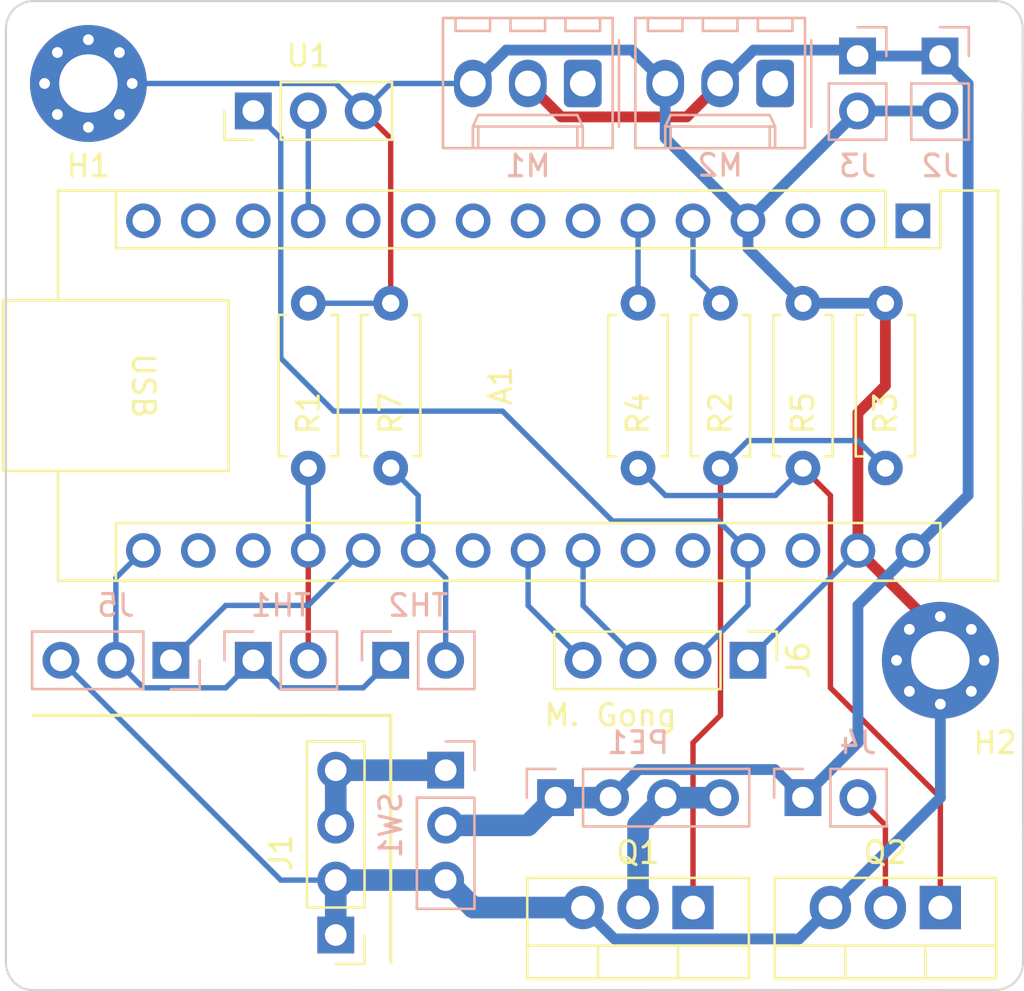
<source format=kicad_pcb>
(kicad_pcb (version 20211014) (generator pcbnew)
  (title_block (date "2024-02-24"))
  (layers (0 "F.Cu" signal) (31 "B.Cu" signal) (34 "B.Paste" user) (35 "F.Paste" user) (36 "B.SilkS" user "B.Silkscreen") (37 "F.SilkS" user "F.Silkscreen") (38 "B.Mask" user) (39 "F.Mask" user) (44 "Edge.Cuts" user))
  (net 0 "")
  (net 4 "GND")
  (net 5 "Net-(A1-Pad5)")
  (net 6 "Net-(A1-Pad6)")
  (net 12 "Net-(A1-Pad12)")
  (net 14 "Net-(A1-Pad16)")
  (net 16 "Net-(A1-Pad19)")
  (net 17 "Net-(A1-Pad20)")
  (net 18 "Net-(A1-Pad21)")
  (net 20 "Net-(A1-Pad23)")
  (net 21 "Net-(A1-Pad24)")
  (net 25 "+12V")
  (net 26 "Net-(J1-Pad3)")
  (net 27 "Net-(J4-Pad2)")
  (net 30 "Net-(Q1-Pad1)")
  (net 31 "Net-(Q2-Pad1)")
  (net 35 "+5V")
  (net 36 "Net-(PE1-Pad3)")
  (footprint "Resistor_THT:R_Axial_DIN0207_L6.3mm_D2.5mm_P7.62mm_Horizontal" (layer "F.Cu") (at 139.7 87.63 -90)
    (fp_text reference "R2" (at 5.08 0 -90) (layer "F.SilkS"))
    (fp_text value "100")
    (fp_line (start 0.54 -1.37) (end 7.08 -1.37) (layer "F.SilkS") (width 0.12))
    (fp_line (start 0.54 1.04) (end 0.54 1.37) (layer "F.SilkS") (width 0.12))
    (fp_line (start 7.08 -1.37) (end 7.08 -1.04) (layer "F.SilkS") (width 0.12))
    (fp_line (start 0.54 1.37) (end 7.08 1.37) (layer "F.SilkS") (width 0.12))
    (fp_line (start 0.54 -1.04) (end 0.54 -1.37) (layer "F.SilkS") (width 0.12))
    (fp_line (start 7.08 1.37) (end 7.08 1.04) (layer "F.SilkS") (width 0.12))
    (pad "1" thru_hole circle (at 0 0 270) (size 1.6 1.6) (drill 0.8) (layers *.Cu *.Mask) (net 5 "Net-(A1-Pad5)"))
    (pad "2" thru_hole oval (at 7.62 0 270) (size 1.6 1.6) (drill 0.8) (layers *.Cu *.Mask) (net 30 "Net-(Q1-Pad1)"))
  )
  (footprint "Resistor_THT:R_Axial_DIN0207_L6.3mm_D2.5mm_P7.62mm_Horizontal" (layer "F.Cu") (at 120.65 95.25 90)
    (fp_text reference "R1" (at 2.54 0 90) (layer "F.SilkS"))
    (fp_text value "10K")
    (fp_line (start 0.54 1.37) (end 7.08 1.37) (layer "F.SilkS") (width 0.12))
    (fp_line (start 0.54 -1.37) (end 7.08 -1.37) (layer "F.SilkS") (width 0.12))
    (fp_line (start 0.54 1.04) (end 0.54 1.37) (layer "F.SilkS") (width 0.12))
    (fp_line (start 7.08 1.37) (end 7.08 1.04) (layer "F.SilkS") (width 0.12))
    (fp_line (start 0.54 -1.04) (end 0.54 -1.37) (layer "F.SilkS") (width 0.12))
    (fp_line (start 7.08 -1.37) (end 7.08 -1.04) (layer "F.SilkS") (width 0.12))
    (pad "1" thru_hole circle (at 0 0 90) (size 1.6 1.6) (drill 0.8) (layers *.Cu *.Mask) (net 16 "Net-(A1-Pad19)"))
    (pad "2" thru_hole oval (at 7.62 0 90) (size 1.6 1.6) (drill 0.8) (layers *.Cu *.Mask) (net 4 "GND"))
  )
  (footprint "Resistor_THT:R_Axial_DIN0207_L6.3mm_D2.5mm_P7.62mm_Horizontal" (layer "F.Cu") (at 143.51 95.25 90)
    (fp_text reference "R5" (at 2.54 0 90) (layer "F.SilkS"))
    (fp_text value "10K")
    (fp_line (start 0.54 1.04) (end 0.54 1.37) (layer "F.SilkS") (width 0.12))
    (fp_line (start 0.54 -1.04) (end 0.54 -1.37) (layer "F.SilkS") (width 0.12))
    (fp_line (start 0.54 1.37) (end 7.08 1.37) (layer "F.SilkS") (width 0.12))
    (fp_line (start 7.08 -1.37) (end 7.08 -1.04) (layer "F.SilkS") (width 0.12))
    (fp_line (start 0.54 -1.37) (end 7.08 -1.37) (layer "F.SilkS") (width 0.12))
    (fp_line (start 7.08 1.37) (end 7.08 1.04) (layer "F.SilkS") (width 0.12))
    (pad "1" thru_hole circle (at 0 0 90) (size 1.6 1.6) (drill 0.8) (layers *.Cu *.Mask) (net 31 "Net-(Q2-Pad1)"))
    (pad "2" thru_hole oval (at 7.62 0 90) (size 1.6 1.6) (drill 0.8) (layers *.Cu *.Mask) (net 4 "GND"))
  )
  (footprint "Resistor_THT:R_Axial_DIN0207_L6.3mm_D2.5mm_P7.62mm_Horizontal" (layer "F.Cu") (at 135.89 95.25 90)
    (fp_text reference "R4" (at 2.54 0 90) (layer "F.SilkS"))
    (fp_text value "100")
    (fp_line (start 0.54 -1.04) (end 0.54 -1.37) (layer "F.SilkS") (width 0.12))
    (fp_line (start 0.54 -1.37) (end 7.08 -1.37) (layer "F.SilkS") (width 0.12))
    (fp_line (start 7.08 -1.37) (end 7.08 -1.04) (layer "F.SilkS") (width 0.12))
    (fp_line (start 0.54 1.37) (end 7.08 1.37) (layer "F.SilkS") (width 0.12))
    (fp_line (start 7.08 1.37) (end 7.08 1.04) (layer "F.SilkS") (width 0.12))
    (fp_line (start 0.54 1.04) (end 0.54 1.37) (layer "F.SilkS") (width 0.12))
    (pad "1" thru_hole circle (at 0 0 90) (size 1.6 1.6) (drill 0.8) (layers *.Cu *.Mask) (net 31 "Net-(Q2-Pad1)"))
    (pad "2" thru_hole oval (at 7.62 0 90) (size 1.6 1.6) (drill 0.8) (layers *.Cu *.Mask) (net 6 "Net-(A1-Pad6)"))
  )
  (footprint "Connector_PinHeader_2.54mm:PinHeader_1x04_P2.54mm_Vertical" (layer "F.Cu") (at 121.92 116.84 180)
    (fp_text reference "J1" (at 2.54 3.81 90) (layer "F.SilkS"))
    (fp_text value "Power")
    (fp_line (start -1.33 -1.33) (end 0 -1.33) (layer "F.SilkS") (width 0.12))
    (fp_line (start -1.33 8.95) (end 1.33 8.95) (layer "F.SilkS") (width 0.12))
    (fp_line (start -1.33 1.27) (end 1.33 1.27) (layer "F.SilkS") (width 0.12))
    (fp_line (start -1.33 1.27) (end -1.33 8.95) (layer "F.SilkS") (width 0.12))
    (fp_line (start -1.33 0) (end -1.33 -1.33) (layer "F.SilkS") (width 0.12))
    (fp_line (start 1.33 1.27) (end 1.33 8.95) (layer "F.SilkS") (width 0.12))
    (pad "1" thru_hole rect (at 0 0 180) (size 1.7 1.7) (drill 1) (layers *.Cu *.Mask) (net 4 "GND"))
    (pad "2" thru_hole oval (at 0 2.54 180) (size 1.7 1.7) (drill 1) (layers *.Cu *.Mask) (net 4 "GND"))
    (pad "3" thru_hole oval (at 0 5.08 180) (size 1.7 1.7) (drill 1) (layers *.Cu *.Mask) (net 26 "Net-(J1-Pad3)"))
    (pad "4" thru_hole oval (at 0 7.62 180) (size 1.7 1.7) (drill 1) (layers *.Cu *.Mask) (net 26 "Net-(J1-Pad3)"))
  )
  (footprint "Resistor_THT:R_Axial_DIN0207_L6.3mm_D2.5mm_P7.62mm_Horizontal" (layer "F.Cu") (at 147.32 95.25 90)
    (fp_text reference "R3" (at 2.54 0 90) (layer "F.SilkS"))
    (fp_text value "10K")
    (fp_line (start 7.08 -1.37) (end 7.08 -1.04) (layer "F.SilkS") (width 0.12))
    (fp_line (start 0.54 -1.04) (end 0.54 -1.37) (layer "F.SilkS") (width 0.12))
    (fp_line (start 0.54 -1.37) (end 7.08 -1.37) (layer "F.SilkS") (width 0.12))
    (fp_line (start 0.54 1.04) (end 0.54 1.37) (layer "F.SilkS") (width 0.12))
    (fp_line (start 0.54 1.37) (end 7.08 1.37) (layer "F.SilkS") (width 0.12))
    (fp_line (start 7.08 1.37) (end 7.08 1.04) (layer "F.SilkS") (width 0.12))
    (pad "1" thru_hole circle (at 0 0 90) (size 1.6 1.6) (drill 0.8) (layers *.Cu *.Mask) (net 30 "Net-(Q1-Pad1)"))
    (pad "2" thru_hole oval (at 7.62 0 90) (size 1.6 1.6) (drill 0.8) (layers *.Cu *.Mask) (net 4 "GND"))
  )
  (footprint "Connector_PinHeader_2.54mm:PinHeader_1x03_P2.54mm_Vertical" (layer "F.Cu") (at 118.11 78.74 90)
    (fp_text reference "U1" (at 2.54 2.54 180) (layer "F.SilkS"))
    (fp_text value "DHT11")
    (fp_line (start -1.33 0) (end -1.33 -1.33) (layer "F.SilkS") (width 0.12))
    (fp_line (start -1.33 1.27) (end 1.33 1.27) (layer "F.SilkS") (width 0.12))
    (fp_line (start -1.33 6.41) (end 1.33 6.41) (layer "F.SilkS") (width 0.12))
    (fp_line (start -1.33 -1.33) (end 0 -1.33) (layer "F.SilkS") (width 0.12))
    (fp_line (start 1.33 1.27) (end 1.33 6.41) (layer "F.SilkS") (width 0.12))
    (fp_line (start -1.33 1.27) (end -1.33 6.41) (layer "F.SilkS") (width 0.12))
    (pad "1" thru_hole rect (at 0 0 90) (size 1.7 1.7) (drill 1) (layers *.Cu *.Mask) (net 35 "+5V"))
    (pad "2" thru_hole oval (at 0 2.54 90) (size 1.7 1.7) (drill 1) (layers *.Cu *.Mask) (net 12 "Net-(A1-Pad12)"))
    (pad "3" thru_hole oval (at 0 5.08 90) (size 1.7 1.7) (drill 1) (layers *.Cu *.Mask) (net 4 "GND"))
  )
  (footprint "Resistor_THT:R_Axial_DIN0207_L6.3mm_D2.5mm_P7.62mm_Horizontal" (layer "F.Cu") (at 124.46 95.25 90)
    (fp_text reference "R7" (at 2.54 0 90) (layer "F.SilkS"))
    (fp_text value "10K")
    (fp_line (start 7.08 1.37) (end 7.08 1.04) (layer "F.SilkS") (width 0.12))
    (fp_line (start 7.08 -1.37) (end 7.08 -1.04) (layer "F.SilkS") (width 0.12))
    (fp_line (start 0.54 -1.04) (end 0.54 -1.37) (layer "F.SilkS") (width 0.12))
    (fp_line (start 0.54 1.37) (end 7.08 1.37) (layer "F.SilkS") (width 0.12))
    (fp_line (start 0.54 1.04) (end 0.54 1.37) (layer "F.SilkS") (width 0.12))
    (fp_line (start 0.54 -1.37) (end 7.08 -1.37) (layer "F.SilkS") (width 0.12))
    (pad "1" thru_hole circle (at 0 0 90) (size 1.6 1.6) (drill 0.8) (layers *.Cu *.Mask) (net 18 "Net-(A1-Pad21)"))
    (pad "2" thru_hole oval (at 7.62 0 90) (size 1.6 1.6) (drill 0.8) (layers *.Cu *.Mask) (net 4 "GND"))
  )
  (footprint "Package_TO_SOT_THT:TO-220-3_Vertical" (layer "F.Cu") (at 149.86 115.57 180)
    (fp_text reference "Q2" (at 2.54 2.54) (layer "F.SilkS"))
    (fp_text value "RFP30N06LE")
    (fp_line (start -2.58 -3.27) (end -2.58 1.371) (layer "F.SilkS") (width 0.12))
    (fp_line (start 4.391 -3.27) (end 4.391 -1.76) (layer "F.SilkS") (width 0.12))
    (fp_line (start -2.58 -3.27) (end 7.66 -3.27) (layer "F.SilkS") (width 0.12))
    (fp_line (start 0.69 -3.27) (end 0.69 -1.76) (layer "F.SilkS") (width 0.12))
    (fp_line (start 7.66 -3.27) (end 7.66 1.371) (layer "F.SilkS") (width 0.12))
    (fp_line (start -2.58 -1.76) (end 7.66 -1.76) (layer "F.SilkS") (width 0.12))
    (fp_line (start -2.58 1.371) (end 7.66 1.371) (layer "F.SilkS") (width 0.12))
    (pad "1" thru_hole rect (at 0 0 180) (size 1.905 2) (drill 1.1) (layers *.Cu *.Mask) (net 31 "Net-(Q2-Pad1)"))
    (pad "2" thru_hole oval (at 2.54 0 180) (size 1.905 2) (drill 1.1) (layers *.Cu *.Mask) (net 27 "Net-(J4-Pad2)"))
    (pad "3" thru_hole oval (at 5.08 0 180) (size 1.905 2) (drill 1.1) (layers *.Cu *.Mask) (net 4 "GND"))
  )
  (footprint "Module:Arduino_Nano" (layer "F.Cu") (at 148.59 83.82 -90)
    (fp_text reference "A1" (at 7.62 19.05 -90) (layer "F.SilkS"))
    (fp_text value "Arduino_Nano_v3.x")
    (fp_text user "USB" (at 7.62 35.56 -90 unlocked) (layer "F.SilkS"))
    (fp_line (start -1.4 1.27) (end -1.4 39.5) (layer "F.SilkS") (width 0.12))
    (fp_line (start 1.27 1.27) (end 1.27 -1.27) (layer "F.SilkS") (width 0.12))
    (fp_line (start 1.27 1.27) (end -1.4 1.27) (layer "F.SilkS") (width 0.12))
    (fp_line (start 16.64 -3.94) (end -1.4 -3.94) (layer "F.SilkS") (width 0.12))
    (fp_line (start 13.97 36.83) (end 16.64 36.83) (layer "F.SilkS") (width 0.12))
    (fp_line (start 16.64 39.5) (end 16.64 -3.94) (layer "F.SilkS") (width 0.12))
    (fp_line (start 3.68 31.62) (end 11.56 31.62) (layer "F.SilkS") (width 0.12))
    (fp_line (start 11.56 31.62) (end 11.56 42.04) (layer "F.SilkS") (width 0.12))
    (fp_line (start 13.97 -1.27) (end 13.97 36.83) (layer "F.SilkS") (width 0.12))
    (fp_line (start 1.27 36.83) (end -1.4 36.83) (layer "F.SilkS") (width 0.12))
    (fp_line (start 16.64 39.5) (end 11.56 39.5) (layer "F.SilkS") (width 0.12))
    (fp_line (start -1.4 39.5) (end 3.68 39.5) (layer "F.SilkS") (width 0.12))
    (fp_line (start 1.27 -1.27) (end -1.4 -1.27) (layer "F.SilkS") (width 0.12))
    (fp_line (start 11.56 42.04) (end 3.68 42.04) (layer "F.SilkS") (width 0.12))
    (fp_line (start 13.97 -1.27) (end 16.64 -1.27) (layer "F.SilkS") (width 0.12))
    (fp_line (start 3.68 42.04) (end 3.68 31.62) (layer "F.SilkS") (width 0.12))
    (fp_line (start 1.27 1.27) (end 1.27 36.83) (layer "F.SilkS") (width 0.12))
    (fp_line (start -1.4 -3.94) (end -1.4 -1.27) (layer "F.SilkS") (width 0.12))
    (pad "1" thru_hole rect (at 0 0 270) (size 1.6 1.6) (drill 1) (layers *.Cu *.Mask))
    (pad "2" thru_hole oval (at 0 2.54 270) (size 1.6 1.6) (drill 1) (layers *.Cu *.Mask))
    (pad "3" thru_hole oval (at 0 5.08 270) (size 1.6 1.6) (drill 1) (layers *.Cu *.Mask))
    (pad "4" thru_hole oval (at 0 7.62 270) (size 1.6 1.6) (drill 1) (layers *.Cu *.Mask) (net 4 "GND"))
    (pad "5" thru_hole oval (at 0 10.16 270) (size 1.6 1.6) (drill 1) (layers *.Cu *.Mask) (net 5 "Net-(A1-Pad5)"))
    (pad "6" thru_hole oval (at 0 12.7 270) (size 1.6 1.6) (drill 1) (layers *.Cu *.Mask) (net 6 "Net-(A1-Pad6)"))
    (pad "7" thru_hole oval (at 0 15.24 270) (size 1.6 1.6) (drill 1) (layers *.Cu *.Mask))
    (pad "8" thru_hole oval (at 0 17.78 270) (size 1.6 1.6) (drill 1) (layers *.Cu *.Mask))
    (pad "9" thru_hole oval (at 0 20.32 270) (size 1.6 1.6) (drill 1) (layers *.Cu *.Mask))
    (pad "10" thru_hole oval (at 0 22.86 270) (size 1.6 1.6) (drill 1) (layers *.Cu *.Mask))
    (pad "11" thru_hole oval (at 0 25.4 270) (size 1.6 1.6) (drill 1) (layers *.Cu *.Mask))
    (pad "12" thru_hole oval (at 0 27.94 270) (size 1.6 1.6) (drill 1) (layers *.Cu *.Mask) (net 12 "Net-(A1-Pad12)"))
    (pad "13" thru_hole oval (at 0 30.48 270) (size 1.6 1.6) (drill 1) (layers *.Cu *.Mask))
    (pad "14" thru_hole oval (at 0 33.02 270) (size 1.6 1.6) (drill 1) (layers *.Cu *.Mask))
    (pad "15" thru_hole oval (at 0 35.56 270) (size 1.6 1.6) (drill 1) (layers *.Cu *.Mask))
    (pad "16" thru_hole oval (at 15.24 35.56 270) (size 1.6 1.6) (drill 1) (layers *.Cu *.Mask) (net 14 "Net-(A1-Pad16)"))
    (pad "17" thru_hole oval (at 15.24 33.02 270) (size 1.6 1.6) (drill 1) (layers *.Cu *.Mask))
    (pad "18" thru_hole oval (at 15.24 30.48 270) (size 1.6 1.6) (drill 1) (layers *.Cu *.Mask))
    (pad "19" thru_hole oval (at 15.24 27.94 270) (size 1.6 1.6) (drill 1) (layers *.Cu *.Mask) (net 16 "Net-(A1-Pad19)"))
    (pad "20" thru_hole oval (at 15.24 25.4 270) (size 1.6 1.6) (drill 1) (layers *.Cu *.Mask) (net 17 "Net-(A1-Pad20)"))
    (pad "21" thru_hole oval (at 15.24 22.86 270) (size 1.6 1.6) (drill 1) (layers *.Cu *.Mask) (net 18 "Net-(A1-Pad21)"))
    (pad "22" thru_hole oval (at 15.24 20.32 270) (size 1.6 1.6) (drill 1) (layers *.Cu *.Mask))
    (pad "23" thru_hole oval (at 15.24 17.78 270) (size 1.6 1.6) (drill 1) (layers *.Cu *.Mask) (net 20 "Net-(A1-Pad23)"))
    (pad "24" thru_hole oval (at 15.24 15.24 270) (size 1.6 1.6) (drill 1) (layers *.Cu *.Mask) (net 21 "Net-(A1-Pad24)"))
    (pad "25" thru_hole oval (at 15.24 12.7 270) (size 1.6 1.6) (drill 1) (layers *.Cu *.Mask))
    (pad "26" thru_hole oval (at 15.24 10.16 270) (size 1.6 1.6) (drill 1) (layers *.Cu *.Mask))
    (pad "27" thru_hole oval (at 15.24 7.62 270) (size 1.6 1.6) (drill 1) (layers *.Cu *.Mask) (net 35 "+5V"))
    (pad "28" thru_hole oval (at 15.24 5.08 270) (size 1.6 1.6) (drill 1) (layers *.Cu *.Mask))
    (pad "29" thru_hole oval (at 15.24 2.54 270) (size 1.6 1.6) (drill 1) (layers *.Cu *.Mask) (net 4 "GND"))
    (pad "30" thru_hole oval (at 15.24 0 270) (size 1.6 1.6) (drill 1) (layers *.Cu *.Mask) (net 25 "+12V"))
  )
  (footprint "MountingHole:MountingHole_2.7mm_M2.5_Pad_Via" (layer "F.Cu") (at 149.86 104.14)
    (fp_text reference "H2" (at 2.54 3.81) (layer "F.SilkS"))
    (fp_text value "H2")
    (pad "1" thru_hole circle (at 0 0) (size 5.4 5.4) (drill 2.7) (layers *.Cu *.Mask) (net 4 "GND"))
    (pad "1" thru_hole circle (at 0 2.025) (size 0.8 0.8) (drill 0.5) (layers *.Cu *.Mask) (net 4 "GND"))
    (pad "1" thru_hole circle (at -1.431891 1.431891) (size 0.8 0.8) (drill 0.5) (layers *.Cu *.Mask) (net 4 "GND"))
    (pad "1" thru_hole circle (at 1.431891 1.431891) (size 0.8 0.8) (drill 0.5) (layers *.Cu *.Mask) (net 4 "GND"))
    (pad "1" thru_hole circle (at -1.431891 -1.431891) (size 0.8 0.8) (drill 0.5) (layers *.Cu *.Mask) (net 4 "GND"))
    (pad "1" thru_hole circle (at 0 -2.025) (size 0.8 0.8) (drill 0.5) (layers *.Cu *.Mask) (net 4 "GND"))
    (pad "1" thru_hole circle (at -2.025 0) (size 0.8 0.8) (drill 0.5) (layers *.Cu *.Mask) (net 4 "GND"))
    (pad "1" thru_hole circle (at 2.025 0) (size 0.8 0.8) (drill 0.5) (layers *.Cu *.Mask) (net 4 "GND"))
    (pad "1" thru_hole circle (at 1.431891 -1.431891) (size 0.8 0.8) (drill 0.5) (layers *.Cu *.Mask) (net 4 "GND"))
  )
  (footprint "Connector_PinHeader_2.54mm:PinHeader_1x04_P2.54mm_Vertical" (layer "F.Cu") (at 140.97 104.14 -90)
    (fp_text reference "J6" (at 0 -2.33 90) (layer "F.SilkS"))
    (fp_text value "Display")
    (fp_line (start -1.33 -1.33) (end 0 -1.33) (layer "F.SilkS") (width 0.12))
    (fp_line (start 1.33 1.27) (end 1.33 8.95) (layer "F.SilkS") (width 0.12))
    (fp_line (start -1.33 8.95) (end 1.33 8.95) (layer "F.SilkS") (width 0.12))
    (fp_line (start -1.33 1.27) (end -1.33 8.95) (layer "F.SilkS") (width 0.12))
    (fp_line (start -1.33 0) (end -1.33 -1.33) (layer "F.SilkS") (width 0.12))
    (fp_line (start -1.33 1.27) (end 1.33 1.27) (layer "F.SilkS") (width 0.12))
    (pad "1" thru_hole rect (at 0 0 270) (size 1.7 1.7) (drill 1) (layers *.Cu *.Mask) (net 4 "GND"))
    (pad "2" thru_hole oval (at 0 2.54 270) (size 1.7 1.7) (drill 1) (layers *.Cu *.Mask) (net 35 "+5V"))
    (pad "3" thru_hole oval (at 0 5.08 270) (size 1.7 1.7) (drill 1) (layers *.Cu *.Mask) (net 21 "Net-(A1-Pad24)"))
    (pad "4" thru_hole oval (at 0 7.62 270) (size 1.7 1.7) (drill 1) (layers *.Cu *.Mask) (net 20 "Net-(A1-Pad23)"))
  )
  (footprint "MountingHole:MountingHole_2.7mm_M2.5_Pad_Via" (layer "F.Cu") (at 110.49 77.47)
    (fp_text reference "H1" (at 0 3.81) (layer "F.SilkS"))
    (fp_text value "H1")
    (pad "1" thru_hole circle (at 0 -2.025) (size 0.8 0.8) (drill 0.5) (layers *.Cu *.Mask) (net 4 "GND"))
    (pad "1" thru_hole circle (at -2.025 0) (size 0.8 0.8) (drill 0.5) (layers *.Cu *.Mask) (net 4 "GND"))
    (pad "1" thru_hole circle (at 2.025 0) (size 0.8 0.8) (drill 0.5) (layers *.Cu *.Mask) (net 4 "GND"))
    (pad "1" thru_hole circle (at -1.431891 1.431891) (size 0.8 0.8) (drill 0.5) (layers *.Cu *.Mask) (net 4 "GND"))
    (pad "1" thru_hole circle (at 1.431891 1.431891) (size 0.8 0.8) (drill 0.5) (layers *.Cu *.Mask) (net 4 "GND"))
    (pad "1" thru_hole circle (at 1.431891 -1.431891) (size 0.8 0.8) (drill 0.5) (layers *.Cu *.Mask) (net 4 "GND"))
    (pad "1" thru_hole circle (at -1.431891 -1.431891) (size 0.8 0.8) (drill 0.5) (layers *.Cu *.Mask) (net 4 "GND"))
    (pad "1" thru_hole circle (at 0 0) (size 5.4 5.4) (drill 2.7) (layers *.Cu *.Mask) (net 4 "GND"))
    (pad "1" thru_hole circle (at 0 2.025) (size 0.8 0.8) (drill 0.5) (layers *.Cu *.Mask) (net 4 "GND"))
  )
  (footprint "Package_TO_SOT_THT:TO-220-3_Vertical" (layer "F.Cu") (at 138.43 115.57 180)
    (fp_text reference "Q1" (at 2.54 2.54) (layer "F.SilkS"))
    (fp_text value "RFP30N06LE")
    (fp_line (start -2.58 -3.27) (end -2.58 1.371) (layer "F.SilkS") (width 0.12))
    (fp_line (start -2.58 -1.76) (end 7.66 -1.76) (layer "F.SilkS") (width 0.12))
    (fp_line (start -2.58 1.371) (end 7.66 1.371) (layer "F.SilkS") (width 0.12))
    (fp_line (start 0.69 -3.27) (end 0.69 -1.76) (layer "F.SilkS") (width 0.12))
    (fp_line (start 7.66 -3.27) (end 7.66 1.371) (layer "F.SilkS") (width 0.12))
    (fp_line (start -2.58 -3.27) (end 7.66 -3.27) (layer "F.SilkS") (width 0.12))
    (fp_line (start 4.391 -3.27) (end 4.391 -1.76) (layer "F.SilkS") (width 0.12))
    (pad "1" thru_hole rect (at 0 0 180) (size 1.905 2) (drill 1.1) (layers *.Cu *.Mask) (net 30 "Net-(Q1-Pad1)"))
    (pad "2" thru_hole oval (at 2.54 0 180) (size 1.905 2) (drill 1.1) (layers *.Cu *.Mask) (net 36 "Net-(PE1-Pad3)"))
    (pad "3" thru_hole oval (at 5.08 0 180) (size 1.905 2) (drill 1.1) (layers *.Cu *.Mask) (net 4 "GND"))
  )
  (footprint "Connector_PinHeader_2.54mm:PinHeader_1x02_P2.54mm_Vertical" (layer "B.Cu") (at 149.845 76.2 180)
    (fp_text reference "J2" (at 0 -5.08) (layer "B.SilkS") (effects (justify mirror)))
    (fp_text value "Pump 1")
    (fp_line (start 1.33 -1.27) (end 1.33 -3.87) (layer "B.SilkS") (width 0.12))
    (fp_line (start -1.33 -1.27) (end 1.33 -1.27) (layer "B.SilkS") (width 0.12))
    (fp_line (start -1.33 1.33) (end 0 1.33) (layer "B.SilkS") (width 0.12))
    (fp_line (start -1.33 -1.27) (end -1.33 -3.87) (layer "B.SilkS") (width 0.12))
    (fp_line (start -1.33 0) (end -1.33 1.33) (layer "B.SilkS") (width 0.12))
    (fp_line (start -1.33 -3.87) (end 1.33 -3.87) (layer "B.SilkS") (width 0.12))
    (pad "1" thru_hole rect (at 0 0 180) (size 1.7 1.7) (drill 1) (layers *.Cu *.Mask) (net 25 "+12V"))
    (pad "2" thru_hole oval (at 0 -2.54 180) (size 1.7 1.7) (drill 1) (layers *.Cu *.Mask) (net 4 "GND"))
  )
  (footprint "Connector_PinHeader_2.54mm:PinHeader_1x02_P2.54mm_Vertical" (layer "B.Cu") (at 143.51 110.49 -90)
    (fp_text reference "J4" (at -2.54 -2.54 180) (layer "B.SilkS") (effects (justify mirror)))
    (fp_text value "Pump 3")
    (fp_line (start -1.33 1.33) (end 0 1.33) (layer "B.SilkS") (width 0.12))
    (fp_line (start -1.33 -1.27) (end 1.33 -1.27) (layer "B.SilkS") (width 0.12))
    (fp_line (start -1.33 -3.87) (end 1.33 -3.87) (layer "B.SilkS") (width 0.12))
    (fp_line (start -1.33 0) (end -1.33 1.33) (layer "B.SilkS") (width 0.12))
    (fp_line (start 1.33 -1.27) (end 1.33 -3.87) (layer "B.SilkS") (width 0.12))
    (fp_line (start -1.33 -1.27) (end -1.33 -3.87) (layer "B.SilkS") (width 0.12))
    (pad "1" thru_hole rect (at 0 0 270) (size 1.7 1.7) (drill 1) (layers *.Cu *.Mask) (net 25 "+12V"))
    (pad "2" thru_hole oval (at 0 -2.54 270) (size 1.7 1.7) (drill 1) (layers *.Cu *.Mask) (net 27 "Net-(J4-Pad2)"))
  )
  (footprint "Connector_PinHeader_2.54mm:PinHeader_1x02_P2.54mm_Vertical" (layer "B.Cu") (at 118.11 104.14 -90)
    (fp_text reference "TH1" (at -2.54 -1.27 180) (layer "B.SilkS") (effects (justify mirror)))
    (fp_text value "10K")
    (fp_line (start -1.33 -3.87) (end 1.33 -3.87) (layer "B.SilkS") (width 0.12))
    (fp_line (start -1.33 -1.27) (end -1.33 -3.87) (layer "B.SilkS") (width 0.12))
    (fp_line (start 1.33 -1.27) (end 1.33 -3.87) (layer "B.SilkS") (width 0.12))
    (fp_line (start -1.33 0) (end -1.33 1.33) (layer "B.SilkS") (width 0.12))
    (fp_line (start -1.33 1.33) (end 0 1.33) (layer "B.SilkS") (width 0.12))
    (fp_line (start -1.33 -1.27) (end 1.33 -1.27) (layer "B.SilkS") (width 0.12))
    (pad "1" thru_hole rect (at 0 0 270) (size 1.7 1.7) (drill 1) (layers *.Cu *.Mask) (net 14 "Net-(A1-Pad16)"))
    (pad "2" thru_hole oval (at 0 -2.54 270) (size 1.7 1.7) (drill 1) (layers *.Cu *.Mask) (net 16 "Net-(A1-Pad19)"))
  )
  (footprint "Connector_PinHeader_2.54mm:PinHeader_1x02_P2.54mm_Vertical" (layer "B.Cu") (at 124.46 104.14 -90)
    (fp_text reference "TH2" (at -2.54 -1.27 180) (layer "B.SilkS") (effects (justify mirror)))
    (fp_text value "10K")
    (fp_line (start -1.33 1.33) (end 0 1.33) (layer "B.SilkS") (width 0.12))
    (fp_line (start -1.33 0) (end -1.33 1.33) (layer "B.SilkS") (width 0.12))
    (fp_line (start -1.33 -1.27) (end -1.33 -3.87) (layer "B.SilkS") (width 0.12))
    (fp_line (start -1.33 -3.87) (end 1.33 -3.87) (layer "B.SilkS") (width 0.12))
    (fp_line (start 1.33 -1.27) (end 1.33 -3.87) (layer "B.SilkS") (width 0.12))
    (fp_line (start -1.33 -1.27) (end 1.33 -1.27) (layer "B.SilkS") (width 0.12))
    (pad "1" thru_hole rect (at 0 0 270) (size 1.7 1.7) (drill 1) (layers *.Cu *.Mask) (net 14 "Net-(A1-Pad16)"))
    (pad "2" thru_hole oval (at 0 -2.54 270) (size 1.7 1.7) (drill 1) (layers *.Cu *.Mask) (net 18 "Net-(A1-Pad21)"))
  )
  (footprint "Connector_PinHeader_2.54mm:PinHeader_1x04_P2.54mm_Vertical" (layer "B.Cu") (at 132.08 110.49 -90)
    (fp_text reference "PE1" (at -2.54 -3.81 180) (layer "B.SilkS") (effects (justify mirror)))
    (fp_text value "TEC1-12702")
    (fp_line (start -1.33 -1.27) (end 1.33 -1.27) (layer "B.SilkS") (width 0.12))
    (fp_line (start 1.33 -1.27) (end 1.33 -8.95) (layer "B.SilkS") (width 0.12))
    (fp_line (start -1.33 1.33) (end 0 1.33) (layer "B.SilkS") (width 0.12))
    (fp_line (start -1.33 -1.27) (end -1.33 -8.95) (layer "B.SilkS") (width 0.12))
    (fp_line (start -1.33 0) (end -1.33 1.33) (layer "B.SilkS") (width 0.12))
    (fp_line (start -1.33 -8.95) (end 1.33 -8.95) (layer "B.SilkS") (width 0.12))
    (pad "1" thru_hole rect (at 0 0 270) (size 1.7 1.7) (drill 1) (layers *.Cu *.Mask) (net 25 "+12V"))
    (pad "2" thru_hole oval (at 0 -2.54 270) (size 1.7 1.7) (drill 1) (layers *.Cu *.Mask) (net 25 "+12V"))
    (pad "3" thru_hole oval (at 0 -5.08 270) (size 1.7 1.7) (drill 1) (layers *.Cu *.Mask) (net 36 "Net-(PE1-Pad3)"))
    (pad "4" thru_hole oval (at 0 -7.62 270) (size 1.7 1.7) (drill 1) (layers *.Cu *.Mask) (net 36 "Net-(PE1-Pad3)"))
  )
  (footprint "Connector_Molex:Molex_KK-254_AE-6410-03A_1x03_P2.54mm_Vertical" (layer "B.Cu") (at 142.225 77.47 180)
    (fp_text reference "M2" (at 2.54 -3.785) (layer "B.SilkS") (effects (justify mirror)))
    (fp_text value "Fan_3pin")
    (fp_line (start 0.25 -1.46) (end 4.83 -1.46) (layer "B.SilkS") (width 0.12))
    (fp_line (start 4.83 -1.46) (end 5.08 -1.99) (layer "B.SilkS") (width 0.12))
    (fp_line (start 6.46 -2.99) (end 6.46 3.03) (layer "B.SilkS") (width 0.12))
    (fp_line (start 1.74 2.43) (end 3.34 2.43) (layer "B.SilkS") (width 0.12))
    (fp_line (start 0 -1.99) (end 0.25 -1.46) (layer "B.SilkS") (width 0.12))
    (fp_line (start 1.74 3.03) (end 1.74 2.43) (layer "B.SilkS") (width 0.12))
    (fp_line (start 5.88 2.43) (end 5.88 3.03) (layer "B.SilkS") (width 0.12))
    (fp_line (start -0.8 3.03) (end -0.8 2.43) (layer "B.SilkS") (width 0.12))
    (fp_line (start 3.34 2.43) (end 3.34 3.03) (layer "B.SilkS") (width 0.12))
    (fp_line (start 4.28 3.03) (end 4.28 2.43) (layer "B.SilkS") (width 0.12))
    (fp_line (start -0.8 2.43) (end 0.8 2.43) (layer "B.SilkS") (width 0.12))
    (fp_line (start 6.46 3.03) (end -1.38 3.03) (layer "B.SilkS") (width 0.12))
    (fp_line (start 0 -1.99) (end 5.08 -1.99) (layer "B.SilkS") (width 0.12))
    (fp_line (start -1.38 -2.99) (end 6.46 -2.99) (layer "B.SilkS") (width 0.12))
    (fp_line (start 0.8 2.43) (end 0.8 3.03) (layer "B.SilkS") (width 0.12))
    (fp_line (start 4.83 -2.99) (end 4.83 -1.99) (layer "B.SilkS") (width 0.12))
    (fp_line (start -1.38 3.03) (end -1.38 -2.99) (layer "B.SilkS") (width 0.12))
    (fp_line (start 0 -2.99) (end 0 -1.99) (layer "B.SilkS") (width 0.12))
    (fp_line (start -1.67 2) (end -1.67 -2) (layer "B.SilkS") (width 0.12))
    (fp_line (start 0.25 -2.99) (end 0.25 -1.99) (layer "B.SilkS") (width 0.12))
    (fp_line (start 5.08 -1.99) (end 5.08 -2.99) (layer "B.SilkS") (width 0.12))
    (fp_line (start 4.28 2.43) (end 5.88 2.43) (layer "B.SilkS") (width 0.12))
    (pad "1" thru_hole roundrect (at 0 0 180) (size 1.74 2.19) (drill 1.19) (layers *.Cu *.Mask) (roundrect_rratio 0.1436781609))
    (pad "2" thru_hole oval (at 2.54 0 180) (size 1.74 2.19) (drill 1.19) (layers *.Cu *.Mask) (net 25 "+12V"))
    (pad "3" thru_hole oval (at 5.08 0 180) (size 1.74 2.19) (drill 1.19) (layers *.Cu *.Mask) (net 4 "GND"))
  )
  (footprint "Connector_PinHeader_2.54mm:PinHeader_1x03_P2.54mm_Vertical" (layer "B.Cu") (at 127 109.22 180)
    (fp_text reference "SW1" (at 2.54 -2.54 90) (layer "B.SilkS") (effects (justify mirror)))
    (fp_text value "Switch")
    (fp_line (start -1.33 0) (end -1.33 1.33) (layer "B.SilkS") (width 0.12))
    (fp_line (start -1.33 1.33) (end 0 1.33) (layer "B.SilkS") (width 0.12))
    (fp_line (start 1.33 -1.27) (end 1.33 -6.41) (layer "B.SilkS") (width 0.12))
    (fp_line (start -1.33 -1.27) (end 1.33 -1.27) (layer "B.SilkS") (width 0.12))
    (fp_line (start -1.33 -1.27) (end -1.33 -6.41) (layer "B.SilkS") (width 0.12))
    (fp_line (start -1.33 -6.41) (end 1.33 -6.41) (layer "B.SilkS") (width 0.12))
    (pad "1" thru_hole rect (at 0 0 180) (size 1.7 1.7) (drill 1) (layers *.Cu *.Mask) (net 26 "Net-(J1-Pad3)"))
    (pad "2" thru_hole oval (at 0 -2.54 180) (size 1.7 1.7) (drill 1) (layers *.Cu *.Mask) (net 25 "+12V"))
    (pad "3" thru_hole oval (at 0 -5.08 180) (size 1.7 1.7) (drill 1) (layers *.Cu *.Mask) (net 4 "GND"))
  )
  (footprint "Connector_PinHeader_2.54mm:PinHeader_1x03_P2.54mm_Vertical" (layer "B.Cu") (at 114.3 104.14 90)
    (fp_text reference "J5" (at 2.54 -2.54 180) (layer "B.SilkS") (effects (justify mirror)))
    (fp_text value "WL1")
    (fp_line (start -1.33 -6.41) (end 1.33 -6.41) (layer "B.SilkS") (width 0.12))
    (fp_line (start -1.33 -1.27) (end -1.33 -6.41) (layer "B.SilkS") (width 0.12))
    (fp_line (start -1.33 -1.27) (end 1.33 -1.27) (layer "B.SilkS") (width 0.12))
    (fp_line (start 1.33 -1.27) (end 1.33 -6.41) (layer "B.SilkS") (width 0.12))
    (fp_line (start -1.33 1.33) (end 0 1.33) (layer "B.SilkS") (width 0.12))
    (fp_line (start -1.33 0) (end -1.33 1.33) (layer "B.SilkS") (width 0.12))
    (pad "1" thru_hole rect (at 0 0 90) (size 1.7 1.7) (drill 1) (layers *.Cu *.Mask) (net 17 "Net-(A1-Pad20)"))
    (pad "2" thru_hole oval (at 0 -2.54 90) (size 1.7 1.7) (drill 1) (layers *.Cu *.Mask) (net 14 "Net-(A1-Pad16)"))
    (pad "3" thru_hole oval (at 0 -5.08 90) (size 1.7 1.7) (drill 1) (layers *.Cu *.Mask) (net 4 "GND"))
  )
  (footprint "Connector_PinHeader_2.54mm:PinHeader_1x02_P2.54mm_Vertical" (layer "B.Cu") (at 146.035 76.2 180)
    (fp_text reference "J3" (at 0 -5.08) (layer "B.SilkS") (effects (justify mirror)))
    (fp_text value "Pump 2")
    (fp_line (start -1.33 0) (end -1.33 1.33) (layer "B.SilkS") (width 0.12))
    (fp_line (start -1.33 -1.27) (end -1.33 -3.87) (layer "B.SilkS") (width 0.12))
    (fp_line (start -1.33 -1.27) (end 1.33 -1.27) (layer "B.SilkS") (width 0.12))
    (fp_line (start 1.33 -1.27) (end 1.33 -3.87) (layer "B.SilkS") (width 0.12))
    (fp_line (start -1.33 -3.87) (end 1.33 -3.87) (layer "B.SilkS") (width 0.12))
    (fp_line (start -1.33 1.33) (end 0 1.33) (layer "B.SilkS") (width 0.12))
    (pad "1" thru_hole rect (at 0 0 180) (size 1.7 1.7) (drill 1) (layers *.Cu *.Mask) (net 25 "+12V"))
    (pad "2" thru_hole oval (at 0 -2.54 180) (size 1.7 1.7) (drill 1) (layers *.Cu *.Mask) (net 4 "GND"))
  )
  (footprint "Connector_Molex:Molex_KK-254_AE-6410-03A_1x03_P2.54mm_Vertical" (layer "B.Cu") (at 133.335 77.47 180)
    (fp_text reference "M1" (at 2.54 -3.81) (layer "B.SilkS") (effects (justify mirror)))
    (fp_text value "Fan_3pin")
    (fp_line (start 3.34 2.43) (end 3.34 3.03) (layer "B.SilkS") (width 0.12))
    (fp_line (start 6.46 3.03) (end -1.38 3.03) (layer "B.SilkS") (width 0.12))
    (fp_line (start 4.83 -2.99) (end 4.83 -1.99) (layer "B.SilkS") (width 0.12))
    (fp_line (start 0.8 2.43) (end 0.8 3.03) (layer "B.SilkS") (width 0.12))
    (fp_line (start 6.46 -2.99) (end 6.46 3.03) (layer "B.SilkS") (width 0.12))
    (fp_line (start 0 -1.99) (end 0.25 -1.46) (layer "B.SilkS") (width 0.12))
    (fp_line (start -1.38 3.03) (end -1.38 -2.99) (layer "B.SilkS") (width 0.12))
    (fp_line (start -0.8 2.43) (end 0.8 2.43) (layer "B.SilkS") (width 0.12))
    (fp_line (start 0.25 -2.99) (end 0.25 -1.99) (layer "B.SilkS") (width 0.12))
    (fp_line (start -1.67 2) (end -1.67 -2) (layer "B.SilkS") (width 0.12))
    (fp_line (start 0 -1.99) (end 5.08 -1.99) (layer "B.SilkS") (width 0.12))
    (fp_line (start 4.83 -1.46) (end 5.08 -1.99) (layer "B.SilkS") (width 0.12))
    (fp_line (start -0.8 3.03) (end -0.8 2.43) (layer "B.SilkS") (width 0.12))
    (fp_line (start 0.25 -1.46) (end 4.83 -1.46) (layer "B.SilkS") (width 0.12))
    (fp_line (start 0 -2.99) (end 0 -1.99) (layer "B.SilkS") (width 0.12))
    (fp_line (start 5.88 2.43) (end 5.88 3.03) (layer "B.SilkS") (width 0.12))
    (fp_line (start 1.74 2.43) (end 3.34 2.43) (layer "B.SilkS") (width 0.12))
    (fp_line (start 4.28 3.03) (end 4.28 2.43) (layer "B.SilkS") (width 0.12))
    (fp_line (start 1.74 3.03) (end 1.74 2.43) (layer "B.SilkS") (width 0.12))
    (fp_line (start 4.28 2.43) (end 5.88 2.43) (layer "B.SilkS") (width 0.12))
    (fp_line (start -1.38 -2.99) (end 6.46 -2.99) (layer "B.SilkS") (width 0.12))
    (fp_line (start 5.08 -1.99) (end 5.08 -2.99) (layer "B.SilkS") (width 0.12))
    (pad "1" thru_hole roundrect (at 0 0 180) (size 1.74 2.19) (drill 1.19) (layers *.Cu *.Mask) (roundrect_rratio 0.1436781609))
    (pad "2" thru_hole oval (at 2.54 0 180) (size 1.74 2.19) (drill 1.19) (layers *.Cu *.Mask) (net 25 "+12V"))
    (pad "3" thru_hole oval (at 5.08 0 180) (size 1.74 2.19) (drill 1.19) (layers *.Cu *.Mask) (net 4 "GND"))
  )
  (gr_line (start 107.95 106.68) (end 124.46 106.69) (layer "F.SilkS") (width 0.15))
  (gr_line (start 124.46 106.69) (end 124.46 118.11) (layer "F.SilkS") (width 0.15))
  (gr_arc (start 152.4 73.66) (mid 153.293606 74.030662) (end 153.6625 74.925) (layer "Edge.Cuts") (width 0.1))
  (gr_line (start 106.68 74.93) (end 106.68 118.12) (layer "Edge.Cuts") (width 0.1))
  (gr_line (start 152.4 73.66) (end 107.95 73.66) (layer "Edge.Cuts") (width 0.1))
  (gr_line (start 153.6775 118.115) (end 153.6625 74.925) (layer "Edge.Cuts") (width 0.1))
  (gr_arc (start 153.6775 118.115) (mid 153.305374 119.009641) (end 152.41 119.38) (layer "Edge.Cuts") (width 0.1))
  (gr_arc (start 106.68 74.93) (mid 107.051974 74.031974) (end 107.95 73.66) (layer "Edge.Cuts") (width 0.1))
  (gr_line (start 152.41 119.38) (end 107.95 119.39) (layer "Edge.Cuts") (width 0.1))
  (gr_arc (start 107.95 119.39) (mid 107.051974 119.018026) (end 106.68 118.12) (layer "Edge.Cuts") (width 0.1))
  (gr_text "M. Gong" (at 134.62 106.68) (layer "F.SilkS") (effects (font (size 1 1))))
  (segment (start 146.05 92.71) (end 147.32 91.44) (width 0.5) (layer "F.Cu") (net 4))
  (segment (start 123.19 78.74) (end 124.46 80.01) (width 0.25) (layer "F.Cu") (net 4))
  (segment (start 146.05 99.06) (end 146.05 92.71) (width 0.5) (layer "F.Cu") (net 4))
  (segment (start 124.46 80.01) (end 124.46 87.63) (width 0.25) (layer "F.Cu") (net 4))
  (segment (start 146.05 99.06) (end 149.86 102.87) (width 0.5) (layer "F.Cu") (net 4))
  (segment (start 149.86 102.87) (end 149.86 104.14) (width 0.5) (layer "F.Cu") (net 4))
  (segment (start 147.32 91.44) (end 147.32 87.63) (width 0.5) (layer "F.Cu") (net 4))
  (segment (start 143.33 117.02) (end 134.8 117.02) (width 0.5) (layer "B.Cu") (net 4))
  (segment (start 137.145 77.47) (end 137.145 77.455) (width 0.5) (layer "B.Cu") (net 4))
  (segment (start 144.78 115.57) (end 143.33 117.02) (width 0.5) (layer "B.Cu") (net 4))
  (segment (start 134.8 117.02) (end 133.35 115.57) (width 0.5) (layer "B.Cu") (net 4))
  (segment (start 149.86 110.49) (end 149.86 104.14) (width 0.5) (layer "B.Cu") (net 4))
  (segment (start 137.145 79.995) (end 137.145 77.47) (width 0.5) (layer "B.Cu") (net 4))
  (segment (start 146.035 78.755) (end 146.035 78.74) (width 0.5) (layer "B.Cu") (net 4))
  (segment (start 121.92 77.47) (end 110.49 77.47) (width 0.25) (layer "B.Cu") (net 4))
  (segment (start 121.92 114.3) (end 121.92 116.84) (width 1) (layer "B.Cu") (net 4))
  (segment (start 119.38 114.3) (end 109.22 104.14) (width 0.25) (layer "B.Cu") (net 4))
  (segment (start 146.05 99.06) (end 140.97 104.14) (width 0.25) (layer "B.Cu") (net 4))
  (segment (start 144.78 115.57) (end 149.86 110.49) (width 0.5) (layer "B.Cu") (net 4))
  (segment (start 128.27 115.57) (end 127 114.3) (width 1) (layer "B.Cu") (net 4))
  (segment (start 120.65 87.63) (end 124.46 87.63) (width 0.25) (layer "B.Cu") (net 4))
  (segment (start 121.92 114.3) (end 119.38 114.3) (width 0.25) (layer "B.Cu") (net 4))
  (segment (start 137.145 77.455) (end 135.615 75.925) (width 0.5) (layer "B.Cu") (net 4))
  (segment (start 140.97 83.82) (end 146.035 78.755) (width 0.5) (layer "B.Cu") (net 4))
  (segment (start 124.46 77.47) (end 123.19 78.74) (width 0.25) (layer "B.Cu") (net 4))
  (segment (start 140.97 85.09) (end 143.51 87.63) (width 0.5) (layer "B.Cu") (net 4))
  (segment (start 129.8 75.925) (end 128.255 77.47) (width 0.5) (layer "B.Cu") (net 4))
  (segment (start 123.19 78.74) (end 121.92 77.47) (width 0.25) (layer "B.Cu") (net 4))
  (segment (start 149.845 78.74) (end 146.035 78.74) (width 0.5) (layer "B.Cu") (net 4))
  (segment (start 143.51 87.63) (end 147.32 87.63) (width 0.5) (layer "B.Cu") (net 4))
  (segment (start 146.21 78.74) (end 150.02 78.74) (width 0.25) (layer "B.Cu") (net 4))
  (segment (start 128.255 77.47) (end 124.46 77.47) (width 0.25) (layer "B.Cu") (net 4))
  (segment (start 140.97 83.82) (end 140.97 85.09) (width 0.5) (layer "B.Cu") (net 4))
  (segment (start 146.05 78.74) (end 140.97 83.82) (width 0.25) (layer "B.Cu") (net 4))
  (segment (start 121.92 114.3) (end 126.99 114.3) (width 1) (layer "B.Cu") (net 4))
  (segment (start 135.615 75.925) (end 129.8 75.925) (width 0.5) (layer "B.Cu") (net 4))
  (segment (start 137.145 79.995) (end 140.97 83.82) (width 0.5) (layer "B.Cu") (net 4))
  (segment (start 133.35 115.57) (end 128.27 115.57) (width 1) (layer "B.Cu") (net 4))
  (segment (start 126.99 114.3) (end 127 114.31) (width 1) (layer "B.Cu") (net 4))
  (segment (start 138.43 83.82) (end 138.43 86.36) (width 0.25) (layer "B.Cu") (net 5))
  (segment (start 138.43 86.36) (end 139.7 87.63) (width 0.25) (layer "B.Cu") (net 5))
  (segment (start 135.89 83.83) (end 135.89 87.63) (width 0.25) (layer "B.Cu") (net 6))
  (segment (start 120.65 78.74) (end 120.65 83.82) (width 0.25) (layer "B.Cu") (net 12))
  (segment (start 123.19 105.41) (end 124.46 104.14) (width 0.25) (layer "B.Cu") (net 14))
  (segment (start 111.76 104.14) (end 113.03 105.41) (width 0.25) (layer "B.Cu") (net 14))
  (segment (start 113.03 105.41) (end 116.84 105.41) (width 0.25) (layer "B.Cu") (net 14))
  (segment (start 119.38 105.41) (end 123.19 105.41) (width 0.25) (layer "B.Cu") (net 14))
  (segment (start 111.76 100.33) (end 113.03 99.06) (width 0.25) (layer "B.Cu") (net 14))
  (segment (start 111.76 104.14) (end 111.76 100.33) (width 0.25) (layer "B.Cu") (net 14))
  (segment (start 116.84 105.41) (end 118.11 104.14) (width 0.25) (layer "B.Cu") (net 14))
  (segment (start 118.11 104.14) (end 119.38 105.41) (width 0.25) (layer "B.Cu") (net 14))
  (segment (start 120.65 99.06) (end 120.65 104.14) (width 0.25) (layer "F.Cu") (net 16))
  (segment (start 120.65 99.07) (end 120.65 95.25) (width 0.25) (layer "B.Cu") (net 16))
  (segment (start 120.65 101.6) (end 116.84 101.6) (width 0.25) (layer "B.Cu") (net 17))
  (segment (start 116.84 101.6) (end 114.3 104.14) (width 0.25) (layer "B.Cu") (net 17))
  (segment (start 123.19 99.06) (end 120.65 101.6) (width 0.25) (layer "B.Cu") (net 17))
  (segment (start 127 104.14) (end 127 100.33) (width 0.25) (layer "B.Cu") (net 18))
  (segment (start 125.73 96.52) (end 124.46 95.25) (width 0.25) (layer "B.Cu") (net 18))
  (segment (start 127 100.33) (end 125.73 99.06) (width 0.25) (layer "B.Cu") (net 18))
  (segment (start 125.73 99.06) (end 125.73 96.52) (width 0.25) (layer "B.Cu") (net 18))
  (segment (start 130.81 101.61) (end 133.34 104.14) (width 0.25) (layer "B.Cu") (net 20))
  (segment (start 130.81 99.06) (end 130.81 101.61) (width 0.25) (layer "B.Cu") (net 20))
  (segment (start 133.35 99.06) (end 133.35 101.61) (width 0.25) (layer "B.Cu") (net 21))
  (segment (start 133.35 101.61) (end 135.88 104.14) (width 0.25) (layer "B.Cu") (net 21))
  (segment (start 138.14 79.015) (end 139.685 77.47) (width 0.5) (layer "F.Cu") (net 25))
  (segment (start 132.34 79.015) (end 138.14 79.015) (width 0.5) (layer "F.Cu") (net 25))
  (segment (start 130.795 77.47) (end 132.34 79.015) (width 0.5) (layer "F.Cu") (net 25))
  (segment (start 146.21 76.2) (end 150.02 76.2) (width 0.25) (layer "B.Cu") (net 25))
  (segment (start 151.145 96.505) (end 151.145 77.485) (width 0.5) (layer "B.Cu") (net 25))
  (segment (start 135.92 109.19) (end 142.21 109.19) (width 0.5) (layer "B.Cu") (net 25))
  (segment (start 134.62 110.49) (end 135.92 109.19) (width 0.5) (layer "B.Cu") (net 25))
  (segment (start 151.145 77.485) (end 149.86 76.2) (width 0.5) (layer "B.Cu") (net 25))
  (segment (start 149.86 76.2) (end 149.845 76.2) (width 0.5) (layer "B.Cu") (net 25))
  (segment (start 143.51 110.49) (end 146.05 107.95) (width 0.5) (layer "B.Cu") (net 25))
  (segment (start 141.23 75.925) (end 139.685 77.47) (width 0.5) (layer "B.Cu") (net 25))
  (segment (start 142.21 109.19) (end 143.51 110.49) (width 0.5) (layer "B.Cu") (net 25))
  (segment (start 130.8 111.77) (end 127 111.77) (width 1) (layer "B.Cu") (net 25))
  (segment (start 130.8 111.77) (end 132.08 110.49) (width 1) (layer "B.Cu") (net 25))
  (segment (start 149.845 76.2) (end 146.035 76.2) (width 0.5) (layer "B.Cu") (net 25))
  (segment (start 146.05 101.6) (end 148.59 99.06) (width 0.5) (layer "B.Cu") (net 25))
  (segment (start 132.08 110.49) (end 134.62 110.49) (width 1) (layer "B.Cu") (net 25))
  (segment (start 146.035 76.2) (end 145.76 75.925) (width 0.5) (layer "B.Cu") (net 25))
  (segment (start 148.59 99.06) (end 151.145 96.505) (width 0.5) (layer "B.Cu") (net 25))
  (segment (start 145.76 75.925) (end 141.23 75.925) (width 0.5) (layer "B.Cu") (net 25))
  (segment (start 146.05 101.6) (end 146.05 107.95) (width 0.5) (layer "B.Cu") (net 25))
  (segment (start 126.99 109.22) (end 127 109.23) (width 1) (layer "B.Cu") (net 26))
  (segment (start 121.92 111.76) (end 121.92 109.22) (width 1) (layer "B.Cu") (net 26))
  (segment (start 121.92 109.22) (end 126.99 109.22) (width 1) (layer "B.Cu") (net 26))
  (segment (start 147.32 115.57) (end 147.32 111.76) (width 0.25) (layer "F.Cu") (net 27))
  (segment (start 147.32 111.76) (end 146.05 110.49) (width 0.25) (layer "F.Cu") (net 27))
  (segment (start 139.7 106.68) (end 138.43 107.95) (width 0.25) (layer "F.Cu") (net 30))
  (segment (start 138.43 115.57) (end 138.43 107.95) (width 0.25) (layer "F.Cu") (net 30))
  (segment (start 139.7 95.25) (end 139.7 106.68) (width 0.25) (layer "F.Cu") (net 30))
  (segment (start 146.05 93.98) (end 147.32 95.25) (width 0.25) (layer "B.Cu") (net 30))
  (segment (start 139.7 95.25) (end 140.97 93.98) (width 0.25) (layer "B.Cu") (net 30))
  (segment (start 140.97 93.98) (end 146.05 93.98) (width 0.25) (layer "B.Cu") (net 30))
  (segment (start 149.86 110.49) (end 149.86 115.57) (width 0.25) (layer "F.Cu") (net 31))
  (segment (start 144.78 105.41) (end 144.78 96.52) (width 0.25) (layer "F.Cu") (net 31))
  (segment (start 144.78 96.52) (end 143.51 95.25) (width 0.25) (layer "F.Cu") (net 31))
  (segment (start 149.86 110.49) (end 144.78 105.41) (width 0.25) (layer "F.Cu") (net 31))
  (segment (start 137.16 96.52) (end 142.24 96.52) (width 0.25) (layer "B.Cu") (net 31))
  (segment (start 135.89 95.25) (end 137.16 96.52) (width 0.25) (layer "B.Cu") (net 31))
  (segment (start 142.24 96.52) (end 143.51 95.25) (width 0.25) (layer "B.Cu") (net 31))
  (segment (start 140.97 101.59) (end 138.42 104.14) (width 0.25) (layer "B.Cu") (net 35))
  (segment (start 139.610216 97.700216) (end 140.97 99.06) (width 0.25) (layer "B.Cu") (net 35))
  (segment (start 129.629784 92.620216) (end 134.709784 97.700216) (width 0.25) (layer "B.Cu") (net 35))
  (segment (start 121.830216 92.620216) (end 129.629784 92.620216) (width 0.25) (layer "B.Cu") (net 35))
  (segment (start 140.97 99.06) (end 140.97 101.59) (width 0.25) (layer "B.Cu") (net 35))
  (segment (start 118.11 78.74) (end 119.38 80.01) (width 0.25) (layer "B.Cu") (net 35))
  (segment (start 119.38 80.01) (end 119.38 90.17) (width 0.25) (layer "B.Cu") (net 35))
  (segment (start 119.38 90.17) (end 121.830216 92.620216) (width 0.25) (layer "B.Cu") (net 35))
  (segment (start 134.709784 97.700216) (end 139.610216 97.700216) (width 0.25) (layer "B.Cu") (net 35))
  (segment (start 135.89 115.57) (end 135.89 111.76) (width 1) (layer "B.Cu") (net 36))
  (segment (start 135.89 111.76) (end 137.16 110.49) (width 1) (layer "B.Cu") (net 36))
  (segment (start 137.16 110.49) (end 139.7 110.49) (width 1) (layer "B.Cu") (net 36))
)
</source>
